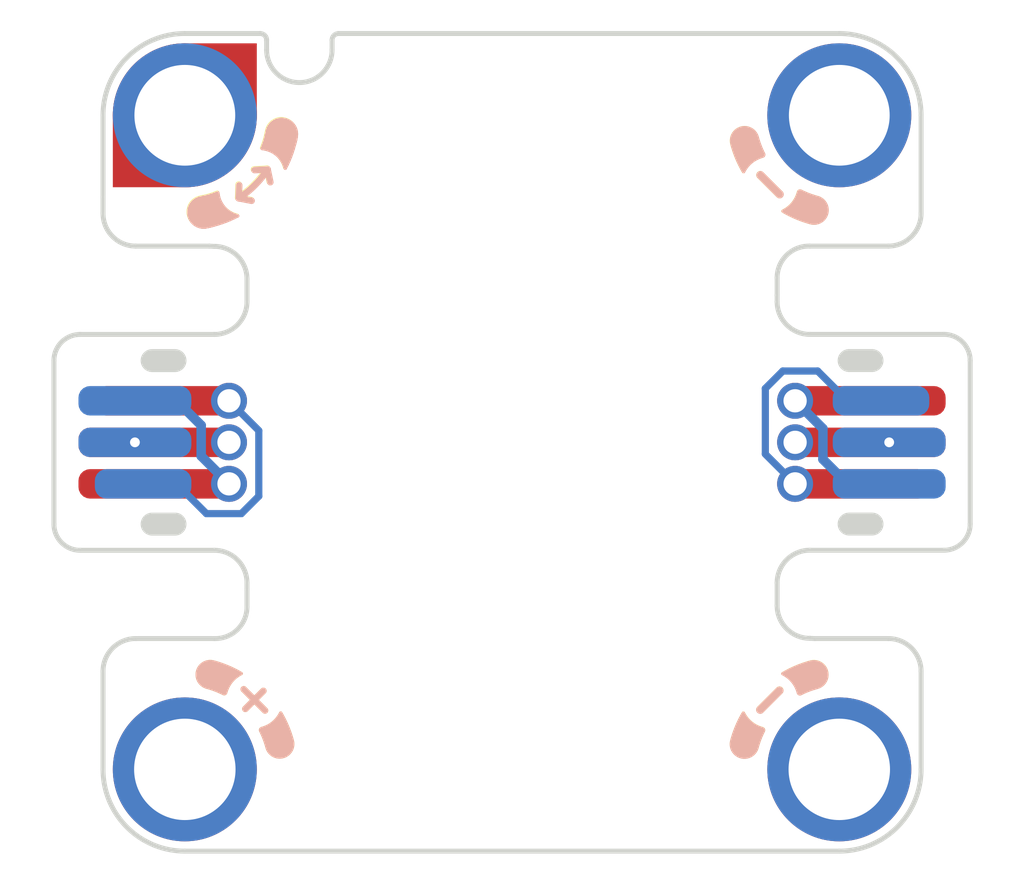
<source format=kicad_pcb>
(kicad_pcb (version 20220427) (generator pcbnew)
  (title_block (title "Jacdac EC30 20x20mm template") (date "2022-06-13") (rev "1.0") (comment 1 "Conforms with: \"EC\" template: 20x20mm MH, 1 + 1 conns v1.0") (comment 2 "Licence: Attribution 4.0 International (CC BY 4.0)") (comment 3 "Matthew Oppenheim"))
  (layers (0 "F.Cu" signal) (31 "B.Cu" signal) (34 "B.Paste" user) (35 "F.Paste" user) (36 "B.SilkS" user "B.Silkscreen") (37 "F.SilkS" user "F.Silkscreen") (38 "B.Mask" user) (39 "F.Mask" user) (44 "Edge.Cuts" user))
  (net 0 "")
  (footprint "Jacdac:JD-PEC-02_Prerouted_recessed" (layer "F.Cu") (at 170 90 -90)
    (fp_text reference "EC2")
    (fp_text value "Conn_Jacdac_CardEdge" hide)
    (fp_line (start -6 -1.5) (end -6 0.9) (stroke (width 0.15)) (layer "Edge.Cuts"))
    (fp_line (start -5.031284 1.9) (end -4.5 1.9) (stroke (width 0.15)) (layer "Edge.Cuts"))
    (fp_line (start -4.297807 1.9) (end -4.5 1.9) (stroke (width 0.15)) (layer "Edge.Cuts"))
    (fp_line (start -3.300852 -3.2) (end -3.300852 0.902) (stroke (width 0.15)) (layer "Edge.Cuts"))
    (fp_line (start 2.499148 -4) (end -2.500852 -4) (stroke (width 0.15)) (layer "Edge.Cuts"))
    (fp_line (start 3.299148 -3.2) (end 3.299148 0.9) (stroke (width 0.15)) (layer "Edge.Cuts"))
    (fp_line (start 4.297807 1.9) (end 4.992893 1.9) (stroke (width 0.15)) (layer "Edge.Cuts"))
    (fp_line (start 6 0.75) (end 5.992893 0.9) (stroke (width 0.15)) (layer "Edge.Cuts"))
    (fp_line (start 6 0.75) (end 6 -1.5) (stroke (width 0.15)) (layer "Edge.Cuts"))
    (fp_arc (start -7 -2.5) (mid -6.292893 -2.207107) (end -6 -1.5) (stroke (width 0.15)) (layer "Edge.Cuts"))
    (fp_arc (start -5.031284 1.9) (mid -5.727418 1.605151) (end -6 0.9) (stroke (width 0.15)) (layer "Edge.Cuts"))
    (fp_arc (start -3.300852 -3.2) (mid -3.066852 -3.766) (end -2.500852 -4) (stroke (width 0.15)) (layer "Edge.Cuts"))
    (fp_arc (start -3.300852 0.902) (mid -3.592637 1.607476) (end -4.297807 1.9) (stroke (width 0.15)) (layer "Edge.Cuts"))
    (fp_arc (start 2.499148 -4) (mid 3.065149 -3.766) (end 3.299148 -3.2) (stroke (width 0.15)) (layer "Edge.Cuts"))
    (fp_arc (start 4.297807 1.9) (mid 3.591372 1.606828) (end 3.299148 0.9) (stroke (width 0.15)) (layer "Edge.Cuts"))
    (fp_arc (start 5.992893 0.9) (mid 5.699999 1.607104) (end 4.992893 1.9) (stroke (width 0.15)) (layer "Edge.Cuts"))
    (fp_arc (start 6 -1.5) (mid 6.292893 -2.207107) (end 7 -2.5) (stroke (width 0.15)) (layer "Edge.Cuts"))
    (fp_poly (pts (arc (start -2.150853 -1.000001) (mid -2.500852 -1.35) (end -2.850851 -1.000001)) (arc (start -2.850851 -0.300002) (mid -2.500852 0.049997) (end -2.150853 -0.300002))) (fill solid) (layer "Edge.Cuts"))
    (fp_poly (pts (arc (start 2.849147 -1.000001) (mid 2.499148 -1.35) (end 2.149149 -1.000001)) (arc (start 2.149149 -0.300002) (mid 2.499148 0.049997) (end 2.849147 -0.300002))) (fill solid) (layer "Edge.Cuts"))
    (pad "1" smd oval (at -2.18 1.1935) (size 1.287 0.22) (layers "B.Cu"))
    (pad "1" smd oval (at -1.9135 1.9935 225) (size 0.973776 0.22) (layers "B.Cu"))
    (pad "1" smd oval (at -1.725 0.205 315) (size 1.506934 0.22) (layers "B.Cu"))
    (pad "1" smd roundrect (at -1.27 -1.275 270) (size 0.9 2.95) (layers "B.Cu" "B.Mask") (roundrect_rratio 0.389))
    (pad "1" smd oval (at -0.651 2.26 270) (size 2.212 0.22) (layers "B.Cu"))
    (pad "1" smd oval (at 0.815 1.805 315) (size 1.507 0.22) (layers "B.Cu"))
    (pad "1" smd roundrect (at 1.27 -0.475 270) (size 0.9 4.55) (layers "F.Cu" "F.Mask") (roundrect_rratio 0.389))
    (pad "1" thru_hole circle (at 1.27 1.35 270) (size 1.1 1.1) (drill 0.71) (layers *.Cu *.Mask))
    (pad "2" thru_hole circle (at 0 -1.525 270) (size 0.6 0.6) (drill 0.3) (layers *.Cu *.Mask))
    (pad "2" smd roundrect (at 0 -1.525 270) (size 0.9 3.45) (layers "B.Cu" "B.Mask") (roundrect_rratio 0.389))
    (pad "2" smd roundrect (at 0 -0.725 270) (size 0.9 5.05) (layers "F.Cu" "F.Mask") (roundrect_rratio 0.389))
    (pad "2" thru_hole circle (at 0 1.35 270) (size 1.1 1.1) (drill 0.71) (layers *.Cu *.Mask))
    (pad "3" smd roundrect (at -1.27 -0.725 270) (size 0.9 5.05) (layers "F.Cu" "F.Mask") (roundrect_rratio 0.389))
    (pad "3" thru_hole circle (at -1.27 1.35 270) (size 1.1 1.1) (drill 0.71) (layers *.Cu *.Mask))
    (pad "3" smd oval (at -0.845 0.925 315) (size 1.492 0.29) (layers "B.Cu"))
    (pad "3" smd oval (at 0.05 0.5 270) (size 1.23 0.29) (layers "B.Cu"))
    (pad "3" smd oval (at 0.895 0.125 315) (size 1.351 0.29) (layers "B.Cu"))
    (pad "3" smd roundrect (at 1.27 -1.525 270) (size 0.9 3.45) (layers "B.Cu" "B.Mask") (roundrect_rratio 0.389))
  )
  (footprint "Jacdac:jacdac_hole_PWR_MH3" (layer "F.Cu") (at 150 100 90)
    (fp_text reference "MH3" hide)
    (fp_text value "jacdac_hole_PWR_MH3" hide)
    (pad "MH3" thru_hole circle (at 0 0 180) (size 4.4 4.4) (drill 3.1) (layers *.Cu *.Mask))
  )
  (footprint "Jacdac:jacdac_hole_DATA_notched_MH1" (layer "F.Cu") (at 150 80 90)
    (fp_text reference "MH1" hide)
    (fp_text value "jacdac_hole_DATA_MH1" hide)
    (fp_line (start 0 -2.5) (end -2.5 -2.5) (stroke (width 0.15)) (layer "Edge.Cuts"))
    (fp_line (start 2 2.5) (end 2.3 2.499998) (stroke (width 0.15)) (layer "Edge.Cuts"))
    (fp_line (start 2 4.5) (end 2.3 4.5) (stroke (width 0.15)) (layer "Edge.Cuts"))
    (fp_line (start 2.5 0) (end 2.5 2.299998) (stroke (width 0.15)) (layer "Edge.Cuts"))
    (fp_arc (start 0 -2.5) (mid 1.767767 -1.767767) (end 2.5 0) (stroke (width 0.15)) (layer "Edge.Cuts"))
    (fp_arc (start 2 4.5) (mid 1 3.5) (end 2 2.5) (stroke (width 0.15)) (layer "Edge.Cuts"))
    (fp_arc (start 2.3 4.5) (mid 2.441421 4.558579) (end 2.5 4.7) (stroke (width 0.15)) (layer "Edge.Cuts"))
    (fp_arc (start 2.5 2.299998) (mid 2.441422 2.441421) (end 2.3 2.499998) (stroke (width 0.15)) (layer "Edge.Cuts"))
    (pad "MH1" smd custom (at 0 0 135) (size 1 1) (property pad_prop_fiducial_loc) (layers "F.Cu" "F.Paste" "F.Mask") (options (clearance outline) (anchor circle)) (primitives (gr_poly (pts (xy 0 -3.11127) (arc (start -1.555635 -1.555635) (mid -2.2 0) (end -1.555635 1.555635)) (xy 0 3.11127) (arc (start 1.555635 1.555635) (mid 2.2 0) (end 1.555635 -1.555635))) (width 0) (fill yes))))
    (pad "MH1" thru_hole circle (at 0 0 135) (size 4.4 4.4) (drill 3.08) (property pad_prop_fiducial_loc) (layers *.Cu *.Mask))
  )
  (footprint "Jacdac:jacdac_hole_GND_MH4" (layer "F.Cu") (at 170 100)
    (fp_text reference "MH4" hide)
    (fp_text value "jacdac_hole_GND_MH4" hide)
    (pad "MH4" thru_hole circle (at 0 0 90) (size 4.4 4.4) (drill 3.1) (layers *.Cu *.Mask))
  )
  (footprint "Jacdac:jacdac_hole_GND_MH2" (layer "F.Cu") (at 170 80 180)
    (fp_text reference "MH2" hide)
    (fp_text value "jacdac_hole_GND_MH2" hide)
    (pad "MH2" thru_hole circle (at 0 0 180) (size 4.4 4.4) (drill 3.08) (layers *.Cu *.Mask))
  )
  (footprint "Jacdac:JD-PEC-02_Prerouted_recessed" (layer "F.Cu") (at 150 90 90)
    (fp_text reference "EC1")
    (fp_text value "Conn_Jacdac_CardEdge" hide)
    (fp_line (start -6 -1.5) (end -6 0.9) (stroke (width 0.15)) (layer "Edge.Cuts"))
    (fp_line (start -5.031284 1.9) (end -4.5 1.9) (stroke (width 0.15)) (layer "Edge.Cuts"))
    (fp_line (start -4.297807 1.9) (end -4.5 1.9) (stroke (width 0.15)) (layer "Edge.Cuts"))
    (fp_line (start -3.300852 -3.2) (end -3.300852 0.902) (stroke (width 0.15)) (layer "Edge.Cuts"))
    (fp_line (start 2.499148 -4) (end -2.500852 -4) (stroke (width 0.15)) (layer "Edge.Cuts"))
    (fp_line (start 3.299148 -3.2) (end 3.299148 0.9) (stroke (width 0.15)) (layer "Edge.Cuts"))
    (fp_line (start 4.297807 1.9) (end 4.992893 1.9) (stroke (width 0.15)) (layer "Edge.Cuts"))
    (fp_line (start 6 0.75) (end 5.992893 0.9) (stroke (width 0.15)) (layer "Edge.Cuts"))
    (fp_line (start 6 0.75) (end 6 -1.5) (stroke (width 0.15)) (layer "Edge.Cuts"))
    (fp_arc (start -7 -2.5) (mid -6.292893 -2.207107) (end -6 -1.5) (stroke (width 0.15)) (layer "Edge.Cuts"))
    (fp_arc (start -5.031284 1.9) (mid -5.727418 1.605151) (end -6 0.9) (stroke (width 0.15)) (layer "Edge.Cuts"))
    (fp_arc (start -3.300852 -3.2) (mid -3.066852 -3.766) (end -2.500852 -4) (stroke (width 0.15)) (layer "Edge.Cuts"))
    (fp_arc (start -3.300852 0.902) (mid -3.592637 1.607476) (end -4.297807 1.9) (stroke (width 0.15)) (layer "Edge.Cuts"))
    (fp_arc (start 2.499148 -4) (mid 3.065149 -3.766) (end 3.299148 -3.2) (stroke (width 0.15)) (layer "Edge.Cuts"))
    (fp_arc (start 4.297807 1.9) (mid 3.591372 1.606828) (end 3.299148 0.9) (stroke (width 0.15)) (layer "Edge.Cuts"))
    (fp_arc (start 5.992893 0.9) (mid 5.699999 1.607104) (end 4.992893 1.9) (stroke (width 0.15)) (layer "Edge.Cuts"))
    (fp_arc (start 6 -1.5) (mid 6.292893 -2.207107) (end 7 -2.5) (stroke (width 0.15)) (layer "Edge.Cuts"))
    (fp_poly (pts (arc (start -2.150853 -1.000001) (mid -2.500852 -1.35) (end -2.850851 -1.000001)) (arc (start -2.850851 -0.300002) (mid -2.500852 0.049997) (end -2.150853 -0.300002))) (fill solid) (layer "Edge.Cuts"))
    (fp_poly (pts (arc (start 2.849147 -1.000001) (mid 2.499148 -1.35) (end 2.149149 -1.000001)) (arc (start 2.149149 -0.300002) (mid 2.499148 0.049997) (end 2.849147 -0.300002))) (fill solid) (layer "Edge.Cuts"))
    (pad "1" smd oval (at -2.18 1.1935 180) (size 1.287 0.22) (layers "B.Cu"))
    (pad "1" smd oval (at -1.9135 1.9935 45) (size 0.973776 0.22) (layers "B.Cu"))
    (pad "1" smd oval (at -1.725 0.205 135) (size 1.506934 0.22) (layers "B.Cu"))
    (pad "1" smd roundrect (at -1.27 -1.275 90) (size 0.9 2.95) (layers "B.Cu" "B.Mask") (roundrect_rratio 0.389))
    (pad "1" smd oval (at -0.651 2.26 90) (size 2.212 0.22) (layers "B.Cu"))
    (pad "1" smd oval (at 0.815 1.805 135) (size 1.507 0.22) (layers "B.Cu"))
    (pad "1" smd roundrect (at 1.27 -0.475 90) (size 0.9 4.55) (layers "F.Cu" "F.Mask") (roundrect_rratio 0.389))
    (pad "1" thru_hole circle (at 1.27 1.35 90) (size 1.1 1.1) (drill 0.71) (layers *.Cu *.Mask))
    (pad "2" thru_hole circle (at 0 -1.525 90) (size 0.6 0.6) (drill 0.3) (layers *.Cu *.Mask))
    (pad "2" smd roundrect (at 0 -1.525 90) (size 0.9 3.45) (layers "B.Cu" "B.Mask") (roundrect_rratio 0.389))
    (pad "2" smd roundrect (at 0 -0.725 90) (size 0.9 5.05) (layers "F.Cu" "F.Mask") (roundrect_rratio 0.389))
    (pad "2" thru_hole circle (at 0 1.35 90) (size 1.1 1.1) (drill 0.71) (layers *.Cu *.Mask))
    (pad "3" smd roundrect (at -1.27 -0.725 90) (size 0.9 5.05) (layers "F.Cu" "F.Mask") (roundrect_rratio 0.389))
    (pad "3" thru_hole circle (at -1.27 1.35 90) (size 1.1 1.1) (drill 0.71) (layers *.Cu *.Mask))
    (pad "3" smd oval (at -0.845 0.925 135) (size 1.492 0.29) (layers "B.Cu"))
    (pad "3" smd oval (at 0.05 0.5 90) (size 1.23 0.29) (layers "B.Cu"))
    (pad "3" smd oval (at 0.895 0.125 135) (size 1.351 0.29) (layers "B.Cu"))
    (pad "3" smd roundrect (at 1.27 -1.525 90) (size 0.9 3.45) (layers "B.Cu" "B.Mask") (roundrect_rratio 0.389))
  )
  (gr_arc (start 172.5 100) (mid 171.767767 101.767767) (end 170 102.5) (stroke (width 0.15)) (layer "Edge.Cuts"))
  (gr_line (start 172.5 97) (end 172.5 100) (stroke (width 0.15)) (layer "Edge.Cuts"))
  (gr_line (start 147.5 82.5) (end 147.5 83) (stroke (width 0.15)) (layer "Edge.Cuts"))
  (gr_line (start 154.7 77.5) (end 170 77.5) (stroke (width 0.15)) (layer "Edge.Cuts"))
  (gr_arc (start 150 102.5) (mid 148.232233 101.767767) (end 147.5 100) (stroke (width 0.15)) (layer "Edge.Cuts"))
  (gr_line (start 150 102.5) (end 170 102.5) (stroke (width 0.15)) (layer "Edge.Cuts"))
  (gr_arc (start 170 77.5) (mid 171.767767 78.232233) (end 172.5 80) (stroke (width 0.15)) (layer "Edge.Cuts"))
  (gr_line (start 147.5 97) (end 147.5 100) (stroke (width 0.15)) (layer "Edge.Cuts"))
  (gr_line (start 172.5 80) (end 172.5 83) (stroke (width 0.15)) (layer "Edge.Cuts"))
)
</source>
